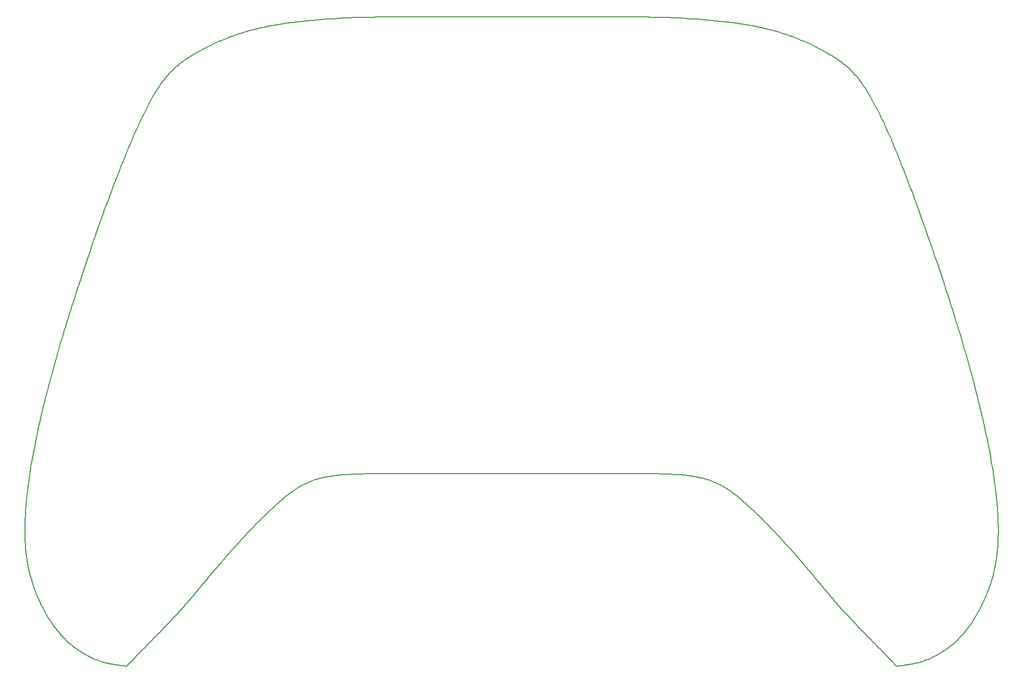
<source format=gm1>
G04 #@! TF.GenerationSoftware,KiCad,Pcbnew,(6.0.10)*
G04 #@! TF.CreationDate,2024-03-14T08:00:36-04:00*
G04 #@! TF.ProjectId,RL2D,524c3244-2e6b-4696-9361-645f70636258,v0.6*
G04 #@! TF.SameCoordinates,Original*
G04 #@! TF.FileFunction,Profile,NP*
%FSLAX46Y46*%
G04 Gerber Fmt 4.6, Leading zero omitted, Abs format (unit mm)*
G04 Created by KiCad (PCBNEW (6.0.10)) date 2024-03-14 08:00:36*
%MOMM*%
%LPD*%
G01*
G04 APERTURE LIST*
%ADD10C,0.200000*%
G04 APERTURE END LIST*
D10*
X65690911Y-119389747D02*
X65690205Y-119099669D01*
X65691367Y-118808497D01*
X65694386Y-118516205D01*
X65699251Y-118222767D01*
X65705950Y-117928158D01*
X65714472Y-117632352D01*
X65724806Y-117335323D01*
X65736940Y-117037047D01*
X65750863Y-116737497D01*
X65766564Y-116436648D01*
X65784032Y-116134475D01*
X65803254Y-115830951D01*
X65824221Y-115526051D01*
X65846920Y-115219750D01*
X65871340Y-114912022D01*
X65897470Y-114602842D01*
X65925299Y-114292183D01*
X65954815Y-113980021D01*
X65986007Y-113666330D01*
X66018864Y-113351083D01*
X66053374Y-113034257D01*
X66089527Y-112715824D01*
X66127310Y-112395760D01*
X66166712Y-112074039D01*
X66207723Y-111750635D01*
X66250331Y-111425522D01*
X66294524Y-111098676D01*
X66340292Y-110770071D01*
X66387623Y-110439681D01*
X66436505Y-110107480D01*
X66486928Y-109773443D01*
X66538880Y-109437545D01*
X113946240Y-110661636D02*
X113745598Y-110725500D01*
X113547259Y-110792184D01*
X113351077Y-110861729D01*
X113156908Y-110934176D01*
X112964605Y-111009568D01*
X112774023Y-111087946D01*
X112585018Y-111169352D01*
X112397443Y-111253828D01*
X112211154Y-111341415D01*
X112026005Y-111432157D01*
X111841850Y-111526094D01*
X111658545Y-111623268D01*
X111475944Y-111723722D01*
X111293902Y-111827496D01*
X111112273Y-111934634D01*
X110930912Y-112045176D01*
X110749674Y-112159165D01*
X110568413Y-112276642D01*
X110386984Y-112397649D01*
X110205242Y-112522229D01*
X110023041Y-112650422D01*
X109840236Y-112782271D01*
X109656682Y-112917818D01*
X109472234Y-113057104D01*
X109286745Y-113200171D01*
X109100071Y-113347062D01*
X108912067Y-113497818D01*
X108722586Y-113652480D01*
X108531485Y-113811091D01*
X108338616Y-113973693D01*
X108143836Y-114140326D01*
X107946999Y-114311035D01*
X199164277Y-40224188D02*
X198880687Y-40057087D01*
X198591209Y-39889910D01*
X198295756Y-39722799D01*
X197994244Y-39555893D01*
X197686587Y-39389335D01*
X197372700Y-39223265D01*
X197052498Y-39057824D01*
X196725896Y-38893154D01*
X196392809Y-38729395D01*
X196053151Y-38566688D01*
X195706837Y-38405174D01*
X195353782Y-38244995D01*
X194993901Y-38086292D01*
X194627108Y-37929204D01*
X194253319Y-37773875D01*
X193872448Y-37620444D01*
X193484410Y-37469052D01*
X193089120Y-37319841D01*
X192686493Y-37172951D01*
X192276443Y-37028524D01*
X191858886Y-36886701D01*
X191433735Y-36747623D01*
X191000907Y-36611430D01*
X190560315Y-36478264D01*
X190111874Y-36348266D01*
X189655500Y-36221576D01*
X189191107Y-36098337D01*
X188718611Y-35978688D01*
X188237924Y-35862771D01*
X187748964Y-35750727D01*
X187251644Y-35642697D01*
X186745879Y-35538823D01*
X184862725Y-114311035D02*
X185141509Y-114556508D01*
X185424319Y-114809665D01*
X185710875Y-115070142D01*
X186000898Y-115337579D01*
X186294108Y-115611613D01*
X186590226Y-115891884D01*
X186888972Y-116178030D01*
X187190068Y-116469689D01*
X187493234Y-116766500D01*
X187798191Y-117068102D01*
X188104659Y-117374132D01*
X188412359Y-117684229D01*
X188721012Y-117998032D01*
X189030338Y-118315179D01*
X189340059Y-118635309D01*
X189649894Y-118958060D01*
X189959564Y-119283070D01*
X190268791Y-119609979D01*
X190577294Y-119938424D01*
X190884795Y-120268044D01*
X191191014Y-120598477D01*
X191495671Y-120929363D01*
X191798488Y-121260338D01*
X192099185Y-121591043D01*
X192397483Y-121921115D01*
X192693102Y-122250193D01*
X192985764Y-122577915D01*
X193275188Y-122903919D01*
X193561096Y-123227845D01*
X193843208Y-123549331D01*
X194121244Y-123868015D01*
X194394927Y-124183536D01*
X225874428Y-127846145D02*
X225960430Y-127574975D01*
X226042711Y-127304900D01*
X226121339Y-127035853D01*
X226196382Y-126767769D01*
X226267908Y-126500585D01*
X226335985Y-126234235D01*
X226400682Y-125968655D01*
X226462067Y-125703779D01*
X226520208Y-125439543D01*
X226575172Y-125175882D01*
X226627029Y-124912732D01*
X226675846Y-124650027D01*
X226721691Y-124387703D01*
X226764633Y-124125695D01*
X226804740Y-123863939D01*
X226842080Y-123602368D01*
X226876721Y-123340920D01*
X226908731Y-123079528D01*
X226938179Y-122818129D01*
X226965132Y-122556657D01*
X226989659Y-122295047D01*
X227011827Y-122033236D01*
X227031706Y-121771157D01*
X227049363Y-121508747D01*
X227064866Y-121245940D01*
X227078284Y-120982671D01*
X227089685Y-120718877D01*
X227099136Y-120454492D01*
X227106706Y-120189451D01*
X227112464Y-119923690D01*
X227116476Y-119657143D01*
X227118813Y-119389747D01*
X138293780Y-109697088D02*
X137875170Y-109695248D01*
X137448273Y-109693219D01*
X137013576Y-109691030D01*
X136571561Y-109688713D01*
X136122715Y-109686298D01*
X135667521Y-109683817D01*
X135206466Y-109681300D01*
X134740033Y-109678779D01*
X134268707Y-109676283D01*
X133792974Y-109673844D01*
X133313318Y-109671494D01*
X132830225Y-109669261D01*
X132344178Y-109667179D01*
X131855662Y-109665276D01*
X131365164Y-109663586D01*
X130873167Y-109662137D01*
X130380155Y-109660961D01*
X129886616Y-109660089D01*
X129393032Y-109659552D01*
X128899888Y-109659381D01*
X128407671Y-109659606D01*
X127916864Y-109660259D01*
X127427952Y-109661370D01*
X126941420Y-109662970D01*
X126457753Y-109665090D01*
X125977436Y-109667762D01*
X125500954Y-109671015D01*
X125028791Y-109674880D01*
X124561433Y-109679390D01*
X124099364Y-109684573D01*
X123643069Y-109690462D01*
X123193033Y-109697088D01*
X214542507Y-140812413D02*
X214919523Y-140682122D01*
X215110108Y-140611485D01*
X215301929Y-140537158D01*
X215494876Y-140459121D01*
X215688840Y-140377351D01*
X215883710Y-140291828D01*
X216079375Y-140202529D01*
X216275726Y-140109432D01*
X216472651Y-140012518D01*
X216670041Y-139911764D01*
X216867785Y-139807148D01*
X217065773Y-139698649D01*
X217263895Y-139586246D01*
X217462040Y-139469918D01*
X217660098Y-139349642D01*
X217857958Y-139225397D01*
X218055511Y-139097162D01*
X218252646Y-138964915D01*
X218449253Y-138828635D01*
X218645221Y-138688300D01*
X218840440Y-138543889D01*
X219034799Y-138395380D01*
X219228190Y-138242753D01*
X219420500Y-138085984D01*
X219611620Y-137925054D01*
X219801439Y-137759940D01*
X219989848Y-137590621D01*
X220176735Y-137417075D01*
X220361991Y-137239281D01*
X220545505Y-137057218D01*
X220727167Y-136870864D01*
X220727167Y-136870864D02*
X220940839Y-136643483D01*
X221151674Y-136410227D01*
X221359615Y-136171333D01*
X221564605Y-135927033D01*
X221766587Y-135677565D01*
X221965503Y-135423161D01*
X222161296Y-135164058D01*
X222353910Y-134900490D01*
X222543287Y-134632692D01*
X222729371Y-134360899D01*
X222912104Y-134085346D01*
X223091429Y-133806267D01*
X223267290Y-133523898D01*
X223439628Y-133238474D01*
X223608388Y-132950229D01*
X223773511Y-132659398D01*
X223934942Y-132366217D01*
X224092622Y-132070920D01*
X224246495Y-131773742D01*
X224396504Y-131474918D01*
X224542591Y-131174683D01*
X224684700Y-130873271D01*
X224822774Y-130570919D01*
X224956755Y-130267860D01*
X225086587Y-129964329D01*
X225212212Y-129660562D01*
X225333573Y-129356793D01*
X225450614Y-129053257D01*
X225563277Y-128750190D01*
X225671504Y-128447825D01*
X225775240Y-128146398D01*
X225874428Y-127846145D01*
X123193033Y-109697088D02*
X122844569Y-109702836D01*
X122500228Y-109709156D01*
X122159983Y-109716149D01*
X121823804Y-109723915D01*
X121491663Y-109732553D01*
X121163532Y-109742165D01*
X120839382Y-109752849D01*
X120519184Y-109764707D01*
X120202911Y-109777838D01*
X119890533Y-109792343D01*
X119582022Y-109808322D01*
X119277351Y-109825874D01*
X118976490Y-109845100D01*
X118679410Y-109866100D01*
X118386084Y-109888975D01*
X118096483Y-109913824D01*
X117810579Y-109940747D01*
X117528342Y-109969845D01*
X117249745Y-110001218D01*
X116974760Y-110034966D01*
X116703356Y-110071189D01*
X116435508Y-110109987D01*
X116171184Y-110151460D01*
X115910359Y-110195709D01*
X115653002Y-110242834D01*
X115399085Y-110292934D01*
X115148580Y-110346110D01*
X114901459Y-110402463D01*
X114657693Y-110462091D01*
X114417253Y-110525096D01*
X114180112Y-110591577D01*
X113946240Y-110661636D01*
X91785822Y-131995276D02*
X91547835Y-132260000D01*
X91307442Y-132525160D01*
X91064562Y-132790941D01*
X90819112Y-133057526D01*
X90571011Y-133325098D01*
X90320177Y-133593843D01*
X90066530Y-133863944D01*
X89809986Y-134135584D01*
X89550465Y-134408948D01*
X89287885Y-134684220D01*
X89022165Y-134961584D01*
X88753222Y-135241223D01*
X88480976Y-135523322D01*
X88205344Y-135808064D01*
X87926245Y-136095634D01*
X87643598Y-136386215D01*
X87357320Y-136679992D01*
X87067331Y-136977148D01*
X86773548Y-137277868D01*
X86475890Y-137582334D01*
X86174276Y-137890732D01*
X85868623Y-138203245D01*
X85558851Y-138520057D01*
X85244877Y-138841352D01*
X84926620Y-139167315D01*
X84603999Y-139498128D01*
X84276931Y-139833976D01*
X83945336Y-140175043D01*
X83609131Y-140521513D01*
X83268235Y-140873569D01*
X82922566Y-141231397D01*
X82572044Y-141595179D01*
X216609724Y-73660000D02*
X216297622Y-72745473D01*
X215979668Y-71819541D01*
X215656182Y-70883712D01*
X215327483Y-69939493D01*
X214993891Y-68988393D01*
X214655726Y-68031918D01*
X214313307Y-67071578D01*
X213966953Y-66108878D01*
X213616984Y-65145328D01*
X213263720Y-64182435D01*
X212907480Y-63221707D01*
X212548583Y-62264652D01*
X212187350Y-61312776D01*
X211824100Y-60367589D01*
X211459152Y-59430598D01*
X211092827Y-58503310D01*
X210725442Y-57587234D01*
X210357319Y-56683876D01*
X209988776Y-55794746D01*
X209620134Y-54921350D01*
X209251711Y-54065196D01*
X208883827Y-53227793D01*
X208516802Y-52410648D01*
X208150956Y-51615268D01*
X207786607Y-50843162D01*
X207424076Y-50095837D01*
X207063681Y-49374801D01*
X206705744Y-48681561D01*
X206350582Y-48017627D01*
X205998516Y-47384504D01*
X205649865Y-46783701D01*
X205304950Y-46216727D01*
X82572044Y-141595179D02*
X82312738Y-141569150D01*
X82053235Y-141542598D01*
X81793300Y-141514979D01*
X81532695Y-141485752D01*
X81271185Y-141454376D01*
X81008533Y-141420308D01*
X80744502Y-141383008D01*
X80478858Y-141341932D01*
X80211362Y-141296539D01*
X79941779Y-141246288D01*
X79669872Y-141190636D01*
X79395406Y-141129043D01*
X79118144Y-141060965D01*
X78837849Y-140985862D01*
X78554285Y-140903192D01*
X78267217Y-140812413D01*
X159035650Y-33948694D02*
X158473486Y-33949750D01*
X157917102Y-33950936D01*
X157367000Y-33952243D01*
X156823683Y-33953662D01*
X156287652Y-33955183D01*
X155759411Y-33956798D01*
X155239462Y-33958499D01*
X154728306Y-33960275D01*
X154226447Y-33962119D01*
X153734386Y-33964021D01*
X153252627Y-33965973D01*
X152781670Y-33967965D01*
X152322020Y-33969988D01*
X151874177Y-33972035D01*
X151438645Y-33974095D01*
X151015926Y-33976160D01*
X150606521Y-33978222D01*
X150210934Y-33980270D01*
X149829667Y-33982297D01*
X149463222Y-33984293D01*
X149112101Y-33986249D01*
X148776808Y-33988157D01*
X148457843Y-33990008D01*
X148155710Y-33991793D01*
X147870911Y-33993502D01*
X147603948Y-33995128D01*
X147355323Y-33996660D01*
X147125540Y-33998091D01*
X146915099Y-33999411D01*
X146554258Y-34001683D01*
X146404862Y-34002618D01*
X93645447Y-40224188D02*
X93929036Y-40057087D01*
X94218514Y-39889910D01*
X94513967Y-39722799D01*
X94815479Y-39555893D01*
X95123136Y-39389335D01*
X95437023Y-39223265D01*
X95757225Y-39057824D01*
X96083827Y-38893154D01*
X96416914Y-38729395D01*
X96756572Y-38566688D01*
X97102886Y-38405174D01*
X97455941Y-38244995D01*
X97815822Y-38086292D01*
X98182615Y-37929204D01*
X98556404Y-37773875D01*
X98937275Y-37620444D01*
X99325313Y-37469052D01*
X99720603Y-37319841D01*
X100123230Y-37172951D01*
X100533280Y-37028524D01*
X100950837Y-36886701D01*
X101375988Y-36747623D01*
X101808816Y-36611430D01*
X102249408Y-36478264D01*
X102697849Y-36348266D01*
X103154223Y-36221576D01*
X103618616Y-36098337D01*
X104091112Y-35978688D01*
X104571799Y-35862771D01*
X105060759Y-35750727D01*
X105558079Y-35642697D01*
X106063845Y-35538823D01*
X78267217Y-140812413D02*
X77890200Y-140682122D01*
X77699615Y-140611485D01*
X77507794Y-140537158D01*
X77314847Y-140459121D01*
X77120883Y-140377351D01*
X76926013Y-140291828D01*
X76730348Y-140202529D01*
X76533997Y-140109432D01*
X76337072Y-140012518D01*
X76139682Y-139911764D01*
X75941938Y-139807148D01*
X75743950Y-139698649D01*
X75545828Y-139586246D01*
X75347683Y-139469918D01*
X75149625Y-139349642D01*
X74951765Y-139225397D01*
X74754212Y-139097162D01*
X74557077Y-138964915D01*
X74360470Y-138828635D01*
X74164502Y-138688300D01*
X73969283Y-138543889D01*
X73774924Y-138395380D01*
X73581533Y-138242753D01*
X73389223Y-138085984D01*
X73198103Y-137925054D01*
X73008284Y-137759940D01*
X72819875Y-137590621D01*
X72632988Y-137417075D01*
X72447732Y-137239281D01*
X72264218Y-137057218D01*
X72082557Y-136870864D01*
X98414797Y-124183536D02*
X98181988Y-124453386D01*
X97952476Y-124720693D01*
X97726094Y-124985545D01*
X97502681Y-125248030D01*
X97282070Y-125508237D01*
X97064099Y-125766254D01*
X96848602Y-126022170D01*
X96635417Y-126276071D01*
X96424379Y-126528048D01*
X96215325Y-126778188D01*
X96008089Y-127026579D01*
X95802508Y-127273310D01*
X95598419Y-127518470D01*
X95395656Y-127762145D01*
X95194056Y-128004425D01*
X94993455Y-128245399D01*
X94793688Y-128485153D01*
X94594593Y-128723778D01*
X94396004Y-128961360D01*
X94197758Y-129197988D01*
X93999690Y-129433751D01*
X93801637Y-129668736D01*
X93603435Y-129903033D01*
X93404919Y-130136730D01*
X93205926Y-130369913D01*
X93006291Y-130602673D01*
X92805850Y-130835098D01*
X92604440Y-131067275D01*
X92401896Y-131299293D01*
X92198054Y-131531240D01*
X91992751Y-131763205D01*
X91785822Y-131995276D01*
X146404862Y-109697088D02*
X146176332Y-109697729D01*
X145947671Y-109698366D01*
X145718730Y-109698995D01*
X145489361Y-109699612D01*
X145259418Y-109700213D01*
X145028751Y-109700795D01*
X144797214Y-109701354D01*
X144564659Y-109701886D01*
X144330938Y-109702388D01*
X144095903Y-109702856D01*
X143859407Y-109703286D01*
X143621301Y-109703675D01*
X143381439Y-109704018D01*
X143139672Y-109704313D01*
X142895853Y-109704556D01*
X142649834Y-109704742D01*
X142401466Y-109704869D01*
X142150604Y-109704932D01*
X141897098Y-109704927D01*
X141640802Y-109704852D01*
X141381566Y-109704703D01*
X141119245Y-109704475D01*
X140853689Y-109704166D01*
X140584751Y-109703771D01*
X140312284Y-109703286D01*
X140036140Y-109702709D01*
X139756171Y-109702035D01*
X139472229Y-109701261D01*
X139184166Y-109700383D01*
X138891836Y-109699397D01*
X138595089Y-109698300D01*
X138293780Y-109697088D01*
X87504774Y-46216727D02*
X87688601Y-45926302D01*
X87871410Y-45645769D01*
X88053355Y-45374804D01*
X88234589Y-45113083D01*
X88415267Y-44860282D01*
X88595542Y-44616078D01*
X88775568Y-44380148D01*
X88955500Y-44152167D01*
X89135490Y-43931813D01*
X89315693Y-43718760D01*
X89496263Y-43512687D01*
X89677354Y-43313269D01*
X89859119Y-43120183D01*
X90041712Y-42933105D01*
X90225288Y-42751712D01*
X90409999Y-42575679D01*
X90596000Y-42404684D01*
X90783446Y-42238402D01*
X90972489Y-42076511D01*
X91163283Y-41918686D01*
X91355983Y-41764604D01*
X91550742Y-41613941D01*
X91747714Y-41466375D01*
X91947054Y-41321580D01*
X92148914Y-41179234D01*
X92353449Y-41039012D01*
X92560813Y-40900593D01*
X92771159Y-40763650D01*
X92984642Y-40627862D01*
X93201414Y-40492905D01*
X93421631Y-40358455D01*
X93645447Y-40224188D01*
X226270844Y-109437545D02*
X226206091Y-109029453D01*
X226139146Y-108618644D01*
X226070026Y-108205152D01*
X225998752Y-107789011D01*
X225925342Y-107370256D01*
X225849816Y-106948920D01*
X225772194Y-106525039D01*
X225692495Y-106098646D01*
X225610737Y-105669775D01*
X225526942Y-105238461D01*
X225441127Y-104804739D01*
X225353312Y-104368642D01*
X225263517Y-103930204D01*
X225171761Y-103489460D01*
X225078064Y-103046445D01*
X224982445Y-102601192D01*
X224884922Y-102153735D01*
X224785517Y-101704110D01*
X224684247Y-101252349D01*
X224581132Y-100798489D01*
X224476193Y-100342562D01*
X224369447Y-99884603D01*
X224260915Y-99424646D01*
X224150616Y-98962726D01*
X224038569Y-98498877D01*
X223924793Y-98033133D01*
X223809309Y-97565528D01*
X223692135Y-97096097D01*
X223573291Y-96624873D01*
X223452796Y-96151892D01*
X223330669Y-95677188D01*
X223206931Y-95200794D01*
X107946999Y-114311035D02*
X107668214Y-114556508D01*
X107385404Y-114809665D01*
X107098848Y-115070142D01*
X106808825Y-115337579D01*
X106515615Y-115611613D01*
X106219497Y-115891884D01*
X105920751Y-116178030D01*
X105619655Y-116469689D01*
X105316489Y-116766500D01*
X105011532Y-117068102D01*
X104705064Y-117374132D01*
X104397364Y-117684229D01*
X104088711Y-117998032D01*
X103779385Y-118315179D01*
X103469664Y-118635309D01*
X103159829Y-118958060D01*
X102850159Y-119283070D01*
X102540932Y-119609979D01*
X102232429Y-119938424D01*
X101924928Y-120268044D01*
X101618709Y-120598477D01*
X101314052Y-120929363D01*
X101011235Y-121260338D01*
X100710538Y-121591043D01*
X100412240Y-121921115D01*
X100116621Y-122250193D01*
X99823959Y-122577915D01*
X99534535Y-122903919D01*
X99248627Y-123227845D01*
X98966515Y-123549331D01*
X98688479Y-123868015D01*
X98414797Y-124183536D01*
X69602793Y-95200794D02*
X69758934Y-94605909D01*
X69917610Y-94008238D01*
X70078887Y-93407555D01*
X70242837Y-92803632D01*
X70409529Y-92196244D01*
X70579031Y-91585164D01*
X70751413Y-90970166D01*
X70926746Y-90351023D01*
X71105097Y-89727510D01*
X71286536Y-89099401D01*
X71471133Y-88466468D01*
X71658958Y-87828485D01*
X71850079Y-87185228D01*
X72044565Y-86536468D01*
X72242488Y-85881980D01*
X72443914Y-85221537D01*
X72648915Y-84554914D01*
X72857560Y-83881883D01*
X73069917Y-83202219D01*
X73286056Y-82515696D01*
X73506047Y-81822087D01*
X73729959Y-81121165D01*
X73957862Y-80412705D01*
X74189824Y-79696481D01*
X74425915Y-78972265D01*
X74666205Y-78239832D01*
X74910763Y-77498955D01*
X75159658Y-76749409D01*
X75412960Y-75990967D01*
X75670738Y-75223402D01*
X75933061Y-74446488D01*
X76200000Y-73660000D01*
X66538880Y-109437545D02*
X66603632Y-109029453D01*
X66670577Y-108618644D01*
X66739697Y-108205152D01*
X66810971Y-107789011D01*
X66884381Y-107370256D01*
X66959907Y-106948920D01*
X67037529Y-106525039D01*
X67117228Y-106098646D01*
X67198986Y-105669775D01*
X67282781Y-105238461D01*
X67368596Y-104804739D01*
X67456411Y-104368642D01*
X67546206Y-103930204D01*
X67637962Y-103489460D01*
X67731659Y-103046445D01*
X67827278Y-102601192D01*
X67924801Y-102153735D01*
X68024206Y-101704110D01*
X68125476Y-101252349D01*
X68228591Y-100798489D01*
X68333530Y-100342562D01*
X68440276Y-99884603D01*
X68548808Y-99424646D01*
X68659107Y-98962726D01*
X68771154Y-98498877D01*
X68884930Y-98033133D01*
X69000414Y-97565528D01*
X69117588Y-97096097D01*
X69236432Y-96624873D01*
X69356927Y-96151892D01*
X69479054Y-95677188D01*
X69602793Y-95200794D01*
X205304950Y-46216727D02*
X205121122Y-45926302D01*
X204938313Y-45645769D01*
X204756368Y-45374804D01*
X204575134Y-45113083D01*
X204394456Y-44860282D01*
X204214181Y-44616078D01*
X204034155Y-44380148D01*
X203854223Y-44152167D01*
X203674233Y-43931813D01*
X203494030Y-43718760D01*
X203313460Y-43512687D01*
X203132369Y-43313269D01*
X202950604Y-43120183D01*
X202768011Y-42933105D01*
X202584435Y-42751712D01*
X202399724Y-42575679D01*
X202213723Y-42404684D01*
X202026277Y-42238402D01*
X201837234Y-42076511D01*
X201646440Y-41918686D01*
X201453740Y-41764604D01*
X201258981Y-41613941D01*
X201062009Y-41466375D01*
X200862669Y-41321580D01*
X200660809Y-41179234D01*
X200456274Y-41039012D01*
X200248910Y-40900593D01*
X200038564Y-40763650D01*
X199825081Y-40627862D01*
X199608309Y-40492905D01*
X199388092Y-40358455D01*
X199164277Y-40224188D01*
X201023902Y-131995276D02*
X201261888Y-132260000D01*
X201502281Y-132525160D01*
X201745161Y-132790941D01*
X201990611Y-133057526D01*
X202238712Y-133325098D01*
X202489546Y-133593843D01*
X202743193Y-133863944D01*
X202999737Y-134135584D01*
X203259258Y-134408948D01*
X203521838Y-134684220D01*
X203787558Y-134961584D01*
X204056501Y-135241223D01*
X204328747Y-135523322D01*
X204604379Y-135808064D01*
X204883478Y-136095634D01*
X205166125Y-136386215D01*
X205452403Y-136679992D01*
X205742392Y-136977148D01*
X206036175Y-137277868D01*
X206333833Y-137582334D01*
X206635447Y-137890732D01*
X206941100Y-138203245D01*
X207250872Y-138520057D01*
X207564846Y-138841352D01*
X207883103Y-139167315D01*
X208205724Y-139498128D01*
X208532792Y-139833976D01*
X208864387Y-140175043D01*
X209200592Y-140521513D01*
X209541488Y-140873569D01*
X209887157Y-141231397D01*
X210237680Y-141595179D01*
X72082557Y-136870864D02*
X71868884Y-136643483D01*
X71658049Y-136410227D01*
X71450108Y-136171333D01*
X71245118Y-135927033D01*
X71043136Y-135677565D01*
X70844220Y-135423161D01*
X70648427Y-135164058D01*
X70455813Y-134900490D01*
X70266436Y-134632692D01*
X70080352Y-134360899D01*
X69897619Y-134085346D01*
X69718294Y-133806267D01*
X69542433Y-133523898D01*
X69370095Y-133238474D01*
X69201335Y-132950229D01*
X69036212Y-132659398D01*
X68874781Y-132366217D01*
X68717101Y-132070920D01*
X68563228Y-131773742D01*
X68413219Y-131474918D01*
X68267132Y-131174683D01*
X68125023Y-130873271D01*
X67986949Y-130570919D01*
X67852968Y-130267860D01*
X67723136Y-129964329D01*
X67597511Y-129660562D01*
X67476150Y-129356793D01*
X67359109Y-129053257D01*
X67246446Y-128750190D01*
X67138219Y-128447825D01*
X67034483Y-128146398D01*
X66935296Y-127846145D01*
X76200000Y-73660000D02*
X76512101Y-72745473D01*
X76830055Y-71819541D01*
X77153541Y-70883712D01*
X77482240Y-69939493D01*
X77815832Y-68988393D01*
X78153997Y-68031918D01*
X78496416Y-67071578D01*
X78842770Y-66108878D01*
X79192739Y-65145328D01*
X79546003Y-64182435D01*
X79902243Y-63221707D01*
X80261140Y-62264652D01*
X80622373Y-61312776D01*
X80985623Y-60367589D01*
X81350571Y-59430598D01*
X81716896Y-58503310D01*
X82084281Y-57587234D01*
X82452404Y-56683876D01*
X82820947Y-55794746D01*
X83189589Y-54921350D01*
X83558012Y-54065196D01*
X83925896Y-53227793D01*
X84292921Y-52410648D01*
X84658767Y-51615268D01*
X85023116Y-50843162D01*
X85385647Y-50095837D01*
X85746042Y-49374801D01*
X86103979Y-48681561D01*
X86459141Y-48017627D01*
X86811207Y-47384504D01*
X87159858Y-46783701D01*
X87504774Y-46216727D01*
X210237680Y-141595179D02*
X210496985Y-141569150D01*
X210756488Y-141542598D01*
X211016423Y-141514979D01*
X211277028Y-141485752D01*
X211538538Y-141454376D01*
X211801190Y-141420308D01*
X212065221Y-141383008D01*
X212330866Y-141341932D01*
X212598361Y-141296539D01*
X212867944Y-141246288D01*
X213139851Y-141190636D01*
X213414317Y-141129043D01*
X213691579Y-141060965D01*
X213971874Y-140985862D01*
X214255438Y-140903192D01*
X214542507Y-140812413D01*
X223206931Y-95200794D02*
X223050789Y-94605909D01*
X222892113Y-94008238D01*
X222730836Y-93407555D01*
X222566886Y-92803632D01*
X222400194Y-92196244D01*
X222230692Y-91585164D01*
X222058310Y-90970166D01*
X221882977Y-90351023D01*
X221704626Y-89727510D01*
X221523187Y-89099401D01*
X221338590Y-88466468D01*
X221150765Y-87828485D01*
X220959644Y-87185228D01*
X220765158Y-86536468D01*
X220567235Y-85881980D01*
X220365809Y-85221537D01*
X220160808Y-84554914D01*
X219952163Y-83881883D01*
X219739806Y-83202219D01*
X219523667Y-82515696D01*
X219303676Y-81822087D01*
X219079764Y-81121165D01*
X218851861Y-80412705D01*
X218619899Y-79696481D01*
X218383808Y-78972265D01*
X218143518Y-78239832D01*
X217898960Y-77498955D01*
X217650065Y-76749409D01*
X217396763Y-75990967D01*
X217138985Y-75223402D01*
X216876662Y-74446488D01*
X216609724Y-73660000D01*
X169616691Y-109697088D02*
X169965154Y-109702836D01*
X170309495Y-109709156D01*
X170649740Y-109716149D01*
X170985919Y-109723915D01*
X171318060Y-109732553D01*
X171646191Y-109742165D01*
X171970341Y-109752849D01*
X172290539Y-109764707D01*
X172606812Y-109777838D01*
X172919190Y-109792343D01*
X173227701Y-109808322D01*
X173532372Y-109825874D01*
X173833233Y-109845100D01*
X174130313Y-109866100D01*
X174423639Y-109888975D01*
X174713240Y-109913824D01*
X174999144Y-109940747D01*
X175281381Y-109969845D01*
X175559978Y-110001218D01*
X175834963Y-110034966D01*
X176106367Y-110071189D01*
X176374215Y-110109987D01*
X176638539Y-110151460D01*
X176899364Y-110195709D01*
X177156721Y-110242834D01*
X177410638Y-110292934D01*
X177661143Y-110346110D01*
X177908264Y-110402463D01*
X178152030Y-110462091D01*
X178392470Y-110525096D01*
X178629611Y-110591577D01*
X178863484Y-110661636D01*
X133774074Y-33948694D02*
X134336237Y-33949750D01*
X134892621Y-33950936D01*
X135442723Y-33952243D01*
X135986040Y-33953662D01*
X136522071Y-33955183D01*
X137050312Y-33956798D01*
X137570261Y-33958499D01*
X138081417Y-33960275D01*
X138583276Y-33962119D01*
X139075337Y-33964021D01*
X139557096Y-33965973D01*
X140028053Y-33967965D01*
X140487703Y-33969988D01*
X140935546Y-33972035D01*
X141371078Y-33974095D01*
X141793798Y-33976160D01*
X142203202Y-33978222D01*
X142598789Y-33980270D01*
X142980056Y-33982297D01*
X143346501Y-33984293D01*
X143697622Y-33986249D01*
X144032915Y-33988157D01*
X144351880Y-33990008D01*
X144654013Y-33991793D01*
X144938812Y-33993502D01*
X145205775Y-33995128D01*
X145454400Y-33996660D01*
X145684183Y-33998091D01*
X145894624Y-33999411D01*
X146255465Y-34001683D01*
X146404862Y-34002618D01*
X146404862Y-109697088D02*
X146633391Y-109697729D01*
X146862052Y-109698366D01*
X147090993Y-109698995D01*
X147320362Y-109699612D01*
X147550305Y-109700213D01*
X147780972Y-109700795D01*
X148012509Y-109701354D01*
X148245064Y-109701886D01*
X148478785Y-109702388D01*
X148713820Y-109702856D01*
X148950316Y-109703286D01*
X149188422Y-109703675D01*
X149428284Y-109704018D01*
X149670051Y-109704313D01*
X149913870Y-109704556D01*
X150159890Y-109704742D01*
X150408257Y-109704869D01*
X150659119Y-109704932D01*
X150912625Y-109704927D01*
X151168921Y-109704852D01*
X151428157Y-109704703D01*
X151690478Y-109704475D01*
X151956034Y-109704166D01*
X152224972Y-109703771D01*
X152497439Y-109703286D01*
X152773583Y-109702709D01*
X153053552Y-109702035D01*
X153337494Y-109701261D01*
X153625557Y-109700383D01*
X153917887Y-109699397D01*
X154214634Y-109698300D01*
X154515944Y-109697088D01*
X66935296Y-127846145D02*
X66849293Y-127574975D01*
X66767012Y-127304900D01*
X66688384Y-127035853D01*
X66613341Y-126767769D01*
X66541815Y-126500585D01*
X66473738Y-126234235D01*
X66409041Y-125968655D01*
X66347656Y-125703779D01*
X66289515Y-125439543D01*
X66234551Y-125175882D01*
X66182694Y-124912732D01*
X66133877Y-124650027D01*
X66088032Y-124387703D01*
X66045090Y-124125695D01*
X66004983Y-123863939D01*
X65967643Y-123602368D01*
X65933002Y-123340920D01*
X65900992Y-123079528D01*
X65871544Y-122818129D01*
X65844591Y-122556657D01*
X65820064Y-122295047D01*
X65797896Y-122033236D01*
X65778017Y-121771157D01*
X65760360Y-121508747D01*
X65744857Y-121245940D01*
X65731439Y-120982671D01*
X65720038Y-120718877D01*
X65710587Y-120454492D01*
X65703017Y-120189451D01*
X65697259Y-119923690D01*
X65693247Y-119657143D01*
X65690911Y-119389747D01*
X186745879Y-35538823D02*
X185999586Y-35396129D01*
X185236375Y-35262149D01*
X184457166Y-35136609D01*
X183662880Y-35019239D01*
X182854434Y-34909769D01*
X182032751Y-34807925D01*
X181198748Y-34713438D01*
X180353347Y-34626036D01*
X179497467Y-34545448D01*
X178632028Y-34471403D01*
X177757950Y-34403629D01*
X176876152Y-34341855D01*
X175987554Y-34285809D01*
X175093076Y-34235222D01*
X174193639Y-34189821D01*
X173290162Y-34149335D01*
X172383564Y-34113493D01*
X171474765Y-34082023D01*
X170564686Y-34054655D01*
X169654247Y-34031118D01*
X168744366Y-34011139D01*
X167835964Y-33994448D01*
X166929961Y-33980774D01*
X166027277Y-33969844D01*
X165128831Y-33961389D01*
X164235543Y-33955137D01*
X163348333Y-33950816D01*
X162468121Y-33948156D01*
X161595827Y-33946885D01*
X160732371Y-33946732D01*
X159878671Y-33947425D01*
X159035650Y-33948694D01*
X154515944Y-109697088D02*
X154934553Y-109695248D01*
X155361450Y-109693219D01*
X155796147Y-109691030D01*
X156238162Y-109688713D01*
X156687008Y-109686298D01*
X157142202Y-109683817D01*
X157603257Y-109681300D01*
X158069690Y-109678779D01*
X158541016Y-109676283D01*
X159016749Y-109673844D01*
X159496405Y-109671494D01*
X159979498Y-109669261D01*
X160465545Y-109667179D01*
X160954061Y-109665276D01*
X161444559Y-109663586D01*
X161936557Y-109662137D01*
X162429568Y-109660961D01*
X162923107Y-109660089D01*
X163416691Y-109659552D01*
X163909835Y-109659381D01*
X164402052Y-109659606D01*
X164892859Y-109660259D01*
X165381771Y-109661370D01*
X165868303Y-109662970D01*
X166351970Y-109665090D01*
X166832287Y-109667762D01*
X167308769Y-109671015D01*
X167780932Y-109674880D01*
X168248290Y-109679390D01*
X168710359Y-109684573D01*
X169166654Y-109690462D01*
X169616691Y-109697088D01*
X106063845Y-35538823D02*
X106810137Y-35396129D01*
X107573348Y-35262149D01*
X108352557Y-35136609D01*
X109146843Y-35019239D01*
X109955289Y-34909769D01*
X110776972Y-34807925D01*
X111610975Y-34713438D01*
X112456376Y-34626036D01*
X113312256Y-34545448D01*
X114177695Y-34471403D01*
X115051773Y-34403629D01*
X115933571Y-34341855D01*
X116822169Y-34285809D01*
X117716647Y-34235222D01*
X118616084Y-34189821D01*
X119519562Y-34149335D01*
X120426159Y-34113493D01*
X121334958Y-34082023D01*
X122245037Y-34054655D01*
X123155476Y-34031118D01*
X124065357Y-34011139D01*
X124973759Y-33994448D01*
X125879762Y-33980774D01*
X126782446Y-33969844D01*
X127680892Y-33961389D01*
X128574180Y-33955137D01*
X129461390Y-33950816D01*
X130341602Y-33948156D01*
X131213896Y-33946885D01*
X132077352Y-33946732D01*
X132931052Y-33947425D01*
X133774074Y-33948694D01*
X178863484Y-110661636D02*
X179064125Y-110725500D01*
X179262464Y-110792184D01*
X179458646Y-110861729D01*
X179652815Y-110934176D01*
X179845118Y-111009568D01*
X180035700Y-111087946D01*
X180224705Y-111169352D01*
X180412280Y-111253828D01*
X180598569Y-111341415D01*
X180783718Y-111432157D01*
X180967873Y-111526094D01*
X181151178Y-111623268D01*
X181333779Y-111723722D01*
X181515821Y-111827496D01*
X181697450Y-111934634D01*
X181878811Y-112045176D01*
X182060049Y-112159165D01*
X182241310Y-112276642D01*
X182422739Y-112397649D01*
X182604481Y-112522229D01*
X182786682Y-112650422D01*
X182969487Y-112782271D01*
X183153041Y-112917818D01*
X183337489Y-113057104D01*
X183522978Y-113200171D01*
X183709652Y-113347062D01*
X183897656Y-113497818D01*
X184087137Y-113652480D01*
X184278238Y-113811091D01*
X184471107Y-113973693D01*
X184665887Y-114140326D01*
X184862725Y-114311035D01*
X194394927Y-124183536D02*
X194627735Y-124453386D01*
X194857247Y-124720693D01*
X195083629Y-124985545D01*
X195307042Y-125248030D01*
X195527653Y-125508237D01*
X195745624Y-125766254D01*
X195961121Y-126022170D01*
X196174306Y-126276071D01*
X196385344Y-126528048D01*
X196594398Y-126778188D01*
X196801634Y-127026579D01*
X197007215Y-127273310D01*
X197211304Y-127518470D01*
X197414067Y-127762145D01*
X197615667Y-128004425D01*
X197816268Y-128245399D01*
X198016035Y-128485153D01*
X198215130Y-128723778D01*
X198413719Y-128961360D01*
X198611965Y-129197988D01*
X198810033Y-129433751D01*
X199008086Y-129668736D01*
X199206288Y-129903033D01*
X199404804Y-130136730D01*
X199603797Y-130369913D01*
X199803432Y-130602673D01*
X200003873Y-130835098D01*
X200205283Y-131067275D01*
X200407827Y-131299293D01*
X200611669Y-131531240D01*
X200816972Y-131763205D01*
X201023902Y-131995276D01*
X227118813Y-119389747D02*
X227119518Y-119099669D01*
X227118356Y-118808497D01*
X227115337Y-118516205D01*
X227110472Y-118222767D01*
X227103773Y-117928158D01*
X227095251Y-117632352D01*
X227084917Y-117335323D01*
X227072783Y-117037047D01*
X227058860Y-116737497D01*
X227043159Y-116436648D01*
X227025691Y-116134475D01*
X227006469Y-115830951D01*
X226985502Y-115526051D01*
X226962803Y-115219750D01*
X226938383Y-114912022D01*
X226912253Y-114602842D01*
X226884424Y-114292183D01*
X226854908Y-113980021D01*
X226823716Y-113666330D01*
X226790859Y-113351083D01*
X226756349Y-113034257D01*
X226720196Y-112715824D01*
X226682413Y-112395760D01*
X226643011Y-112074039D01*
X226602000Y-111750635D01*
X226559392Y-111425522D01*
X226515199Y-111098676D01*
X226469431Y-110770071D01*
X226422100Y-110439681D01*
X226373218Y-110107480D01*
X226322795Y-109773443D01*
X226270844Y-109437545D01*
M02*

</source>
